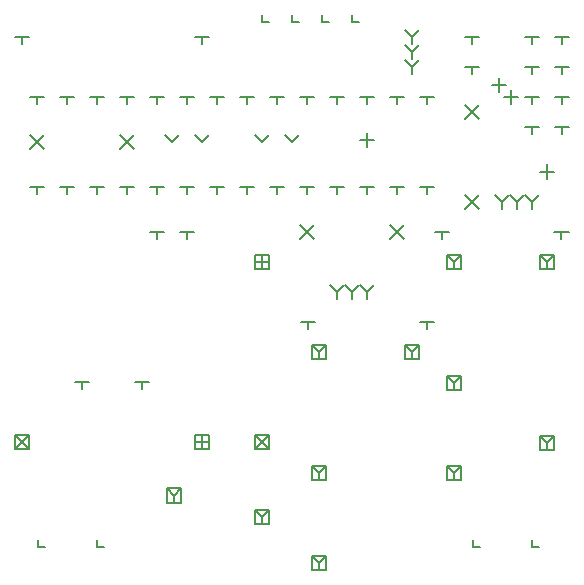
<source format=gbr>
G04 DipTrace 3.0.0.1*
G04 Through.gbr*
%MOIN*%
G04 #@! TF.FileFunction,Plated,1,2,PTH,Drill*
G04 #@! TF.Part,Single*
G04 Drill Symbols*
G04 D=0.019121 - Cross*
G04 D=0.021995 - X*
G04 D=0.027559 - Y*
G04 D=0.035433 - T*
G04 D=0.03937 - V*
G04 D=0.043307 - Clock*
G04 D=0.045984 - Box_Cross*
G04 D=0.045997 - Box_X*
G04 D=0.051181 - Box_Y*
%ADD10C,0.007874*%
%FSLAX26Y26*%
G04*
G70*
G90*
G75*
G01*
X920079Y1593701D2*
D10*
X967323D1*
X943701D2*
Y1570079D1*
X1020079Y1593701D2*
X1067323D1*
X1043701D2*
Y1570079D1*
X1070079Y1917323D2*
X1093701Y1893701D1*
X1117323Y1917323D1*
X970079D2*
X993701Y1893701D1*
X1017323Y1917323D1*
X1970079Y2143701D2*
X2017323D1*
X1993701D2*
Y2120079D1*
X1970079Y2243701D2*
X2017323D1*
X1993701D2*
Y2220079D1*
X1270079Y1917323D2*
X1293701Y1893701D1*
X1317323Y1917323D1*
X1370079D2*
X1393701Y1893701D1*
X1417323Y1917323D1*
X1870079Y1593701D2*
X1917323D1*
X1893701D2*
Y1570079D1*
X2267717Y1593701D2*
X2314961D1*
X2291339D2*
Y1570079D1*
X1820079Y1293701D2*
X1867323D1*
X1843701D2*
Y1270079D1*
X1422441Y1293701D2*
X1469685D1*
X1446063D2*
Y1270079D1*
X1070079Y2243701D2*
X1117323D1*
X1093701D2*
Y2220079D1*
X670079Y1093701D2*
X717323D1*
X693701D2*
Y1070079D1*
X870079Y1093701D2*
X917323D1*
X893701D2*
Y1070079D1*
X470079Y2243701D2*
X517323D1*
X493701D2*
Y2220079D1*
X743701Y567323D2*
Y543701D1*
X767323D1*
X546850Y567323D2*
Y543701D1*
X570472D1*
X2193701Y567323D2*
Y543701D1*
X2217323D1*
X1996850Y567323D2*
Y543701D1*
X2020472D1*
X1770079Y1217323D2*
X1793701Y1193701D1*
X1817323Y1217323D1*
X1793701Y1193701D2*
Y1170079D1*
X1770079Y1217323D2*
X1817323D1*
Y1170079D1*
X1770079D1*
Y1217323D1*
X1458268D2*
X1481890Y1193701D1*
X1505512Y1217323D1*
X1481890Y1193701D2*
Y1170079D1*
X1458268Y1217323D2*
X1505512D1*
Y1170079D1*
X1458268D1*
Y1217323D1*
Y814173D2*
X1481890Y790551D1*
X1505512Y814173D1*
X1481890Y790551D2*
Y766929D1*
X1458268Y814173D2*
X1505512D1*
Y766929D1*
X1458268D1*
Y814173D1*
Y514173D2*
X1481890Y490551D1*
X1505512Y514173D1*
X1481890Y490551D2*
Y466929D1*
X1458268Y514173D2*
X1505512D1*
Y466929D1*
X1458268D1*
Y514173D1*
X2220079Y1517323D2*
X2243701Y1493701D1*
X2267323Y1517323D1*
X2243701Y1493701D2*
Y1470079D1*
X2220079Y1517323D2*
X2267323D1*
Y1470079D1*
X2220079D1*
Y1517323D1*
X1908268D2*
X1931890Y1493701D1*
X1955512Y1517323D1*
X1931890Y1493701D2*
Y1470079D1*
X1908268Y1517323D2*
X1955512D1*
Y1470079D1*
X1908268D1*
Y1517323D1*
Y1114173D2*
X1931890Y1090551D1*
X1955512Y1114173D1*
X1931890Y1090551D2*
Y1066929D1*
X1908268Y1114173D2*
X1955512D1*
Y1066929D1*
X1908268D1*
Y1114173D1*
Y814173D2*
X1931890Y790551D1*
X1955512Y814173D1*
X1931890Y790551D2*
Y766929D1*
X1908268Y814173D2*
X1955512D1*
Y766929D1*
X1908268D1*
Y814173D1*
X2220079Y914173D2*
X2243701Y890551D1*
X2267323Y914173D1*
X2243701Y890551D2*
Y866929D1*
X2220079Y914173D2*
X2267323D1*
Y866929D1*
X2220079D1*
Y914173D1*
X2070079Y1717323D2*
X2093701Y1693701D1*
X2117323Y1717323D1*
X2093701Y1693701D2*
Y1670079D1*
X2120079Y1717323D2*
X2143701Y1693701D1*
X2167323Y1717323D1*
X2143701Y1693701D2*
Y1670079D1*
X2170079Y1717323D2*
X2193701Y1693701D1*
X2217323Y1717323D1*
X2193701Y1693701D2*
Y1670079D1*
X1520079Y1417323D2*
X1543701Y1393701D1*
X1567323Y1417323D1*
X1543701Y1393701D2*
Y1370079D1*
X1570079Y1417323D2*
X1593701Y1393701D1*
X1617323Y1417323D1*
X1593701Y1393701D2*
Y1370079D1*
X1620079Y1417323D2*
X1643701Y1393701D1*
X1667323Y1417323D1*
X1643701Y1393701D2*
Y1370079D1*
X1720079Y1617323D2*
X1767323Y1570079D1*
Y1617323D2*
X1720079Y1570079D1*
X1420079Y1617323D2*
X1467323Y1570079D1*
Y1617323D2*
X1420079Y1570079D1*
X1970079Y1717323D2*
X2017323Y1670079D1*
Y1717323D2*
X1970079Y1670079D1*
Y2017323D2*
X2017323Y1970079D1*
Y2017323D2*
X1970079Y1970079D1*
X520079Y1917323D2*
X567323Y1870079D1*
Y1917323D2*
X520079Y1870079D1*
X820079Y1917323D2*
X867323Y1870079D1*
Y1917323D2*
X820079Y1870079D1*
X2270079Y2243701D2*
X2317323D1*
X2293701D2*
Y2220079D1*
X2170079Y2243701D2*
X2217323D1*
X2193701D2*
Y2220079D1*
X2270079Y2143701D2*
X2317323D1*
X2293701D2*
Y2120079D1*
X2170079Y2143701D2*
X2217323D1*
X2193701D2*
Y2120079D1*
X2270079Y2043701D2*
X2317323D1*
X2293701D2*
Y2020079D1*
X2170079Y2043701D2*
X2217323D1*
X2193701D2*
Y2020079D1*
X2270079Y1943701D2*
X2317323D1*
X2293701D2*
Y1920079D1*
X2170079Y1943701D2*
X2217323D1*
X2193701D2*
Y1920079D1*
X470079Y917323D2*
X517323Y870079D1*
Y917323D2*
X470079Y870079D1*
Y917323D2*
X517323D1*
Y870079D1*
X470079D1*
Y917323D1*
X1093701D2*
Y870079D1*
X1070079Y893701D2*
X1117323D1*
X1070079Y917323D2*
X1117323D1*
Y870079D1*
X1070079D1*
Y917323D1*
X1270079D2*
X1317323Y870079D1*
Y917323D2*
X1270079Y870079D1*
Y917323D2*
X1317323D1*
Y870079D1*
X1270079D1*
Y917323D1*
X1293701Y1517323D2*
Y1470079D1*
X1270079Y1493701D2*
X1317323D1*
X1270079Y1517323D2*
X1317323D1*
Y1470079D1*
X1270079D1*
Y1517323D1*
X520079Y2043701D2*
X567323D1*
X543701D2*
Y2020079D1*
X620079Y2043701D2*
X667323D1*
X643701D2*
Y2020079D1*
X720079Y2043701D2*
X767323D1*
X743701D2*
Y2020079D1*
X820079Y2043701D2*
X867323D1*
X843701D2*
Y2020079D1*
X920079Y2043701D2*
X967323D1*
X943701D2*
Y2020079D1*
X1020079Y2043701D2*
X1067323D1*
X1043701D2*
Y2020079D1*
X1120079Y2043701D2*
X1167323D1*
X1143701D2*
Y2020079D1*
X1220079Y2043701D2*
X1267323D1*
X1243701D2*
Y2020079D1*
X1320079Y2043701D2*
X1367323D1*
X1343701D2*
Y2020079D1*
X1420079Y2043701D2*
X1467323D1*
X1443701D2*
Y2020079D1*
X1520079Y2043701D2*
X1567323D1*
X1543701D2*
Y2020079D1*
X1620079Y2043701D2*
X1667323D1*
X1643701D2*
Y2020079D1*
X1720079Y2043701D2*
X1767323D1*
X1743701D2*
Y2020079D1*
X1820079Y2043701D2*
X1867323D1*
X1843701D2*
Y2020079D1*
X1820079Y1743701D2*
X1867323D1*
X1843701D2*
Y1720079D1*
X1720079Y1743701D2*
X1767323D1*
X1743701D2*
Y1720079D1*
X1620079Y1743701D2*
X1667323D1*
X1643701D2*
Y1720079D1*
X1520079Y1743701D2*
X1567323D1*
X1543701D2*
Y1720079D1*
X1420079Y1743701D2*
X1467323D1*
X1443701D2*
Y1720079D1*
X1320079Y1743701D2*
X1367323D1*
X1343701D2*
Y1720079D1*
X1220079Y1743701D2*
X1267323D1*
X1243701D2*
Y1720079D1*
X1120079Y1743701D2*
X1167323D1*
X1143701D2*
Y1720079D1*
X1020079Y1743701D2*
X1067323D1*
X1043701D2*
Y1720079D1*
X920079Y1743701D2*
X967323D1*
X943701D2*
Y1720079D1*
X820079Y1743701D2*
X867323D1*
X843701D2*
Y1720079D1*
X720079Y1743701D2*
X767323D1*
X743701D2*
Y1720079D1*
X620079Y1743701D2*
X667323D1*
X643701D2*
Y1720079D1*
X520079Y1743701D2*
X567323D1*
X543701D2*
Y1720079D1*
X1770079Y2167323D2*
X1793701Y2143701D1*
X1817323Y2167323D1*
X1793701Y2143701D2*
Y2120079D1*
X1770079Y2217323D2*
X1793701Y2193701D1*
X1817323Y2217323D1*
X1793701Y2193701D2*
Y2170079D1*
X1770079Y2267323D2*
X1793701Y2243701D1*
X1817323Y2267323D1*
X1793701Y2243701D2*
Y2220079D1*
X1270079Y667323D2*
X1293701Y643701D1*
X1317323Y667323D1*
X1293701Y643701D2*
Y620079D1*
X1270079Y667323D2*
X1317323D1*
Y620079D1*
X1270079D1*
Y667323D1*
X974803Y738189D2*
X998425Y714567D1*
X1022047Y738189D1*
X998425Y714567D2*
Y690945D1*
X974803Y738189D2*
X1022047D1*
Y690945D1*
X974803D1*
Y738189D1*
X2084173Y2106811D2*
Y2059567D1*
X2060551Y2083189D2*
X2107795D1*
X2242717Y1818307D2*
Y1771063D1*
X2219094Y1794685D2*
X2266339D1*
X1643701Y1923268D2*
Y1876024D1*
X1620079Y1899646D2*
X1667323D1*
X2123661Y2067323D2*
Y2020079D1*
X2100039Y2043701D2*
X2147283D1*
X1293701Y2317323D2*
Y2293701D1*
X1317323D1*
X1393701Y2317323D2*
Y2293701D1*
X1417323D1*
X1493701Y2317323D2*
Y2293701D1*
X1517323D1*
X1593701Y2317323D2*
Y2293701D1*
X1617323D1*
M02*

</source>
